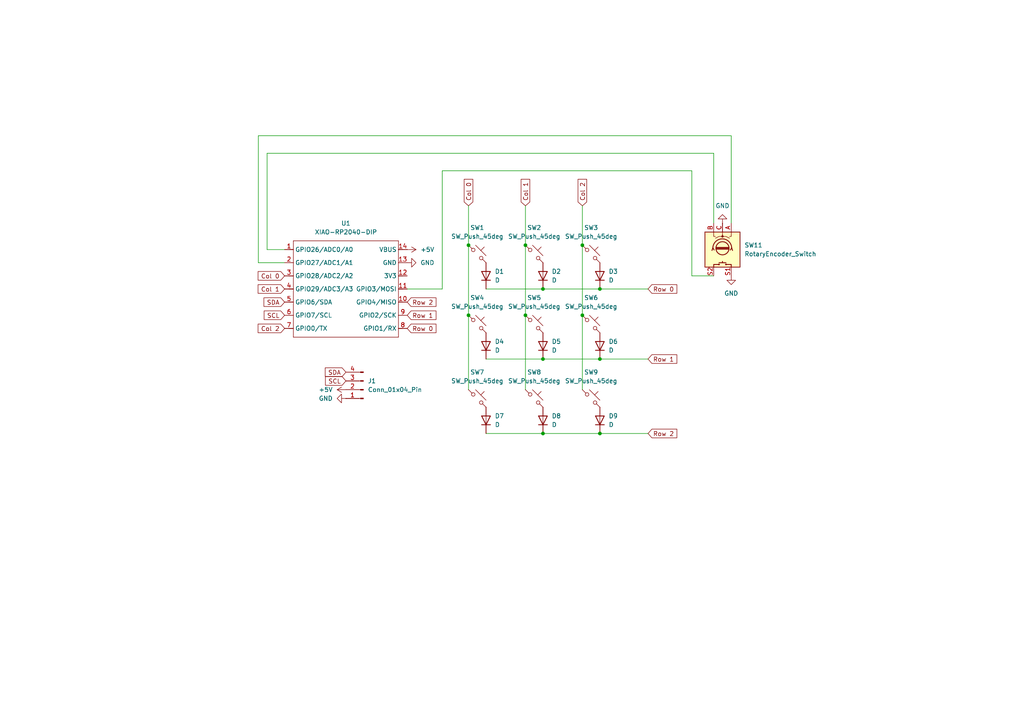
<source format=kicad_sch>
(kicad_sch (version 20231120) (generator "eeschema") (generator_version "8.0")
  (paper "A4")
  (lib_symbols
    (symbol "Connector:Conn_01x04_Pin" (pin_names (offset 1.016) hide)
      (property "Reference" "J" (at 0 5.08 0))
      (property "Value" "Conn_01x04_Pin" (at 0 -7.62 0))
      (symbol "Conn_01x04_Pin_1_1"
        (polyline (pts (xy 1.27 -5.08) (xy 0.8636 -5.08)) (stroke (width 0.1524)))
        (polyline (pts (xy 1.27 -2.54) (xy 0.8636 -2.54)) (stroke (width 0.1524)))
        (polyline (pts (xy 1.27 0) (xy 0.8636 0)) (stroke (width 0.1524)))
        (polyline (pts (xy 1.27 2.54) (xy 0.8636 2.54)) (stroke (width 0.1524)))
        (rectangle (start 0.8636 -4.953) (end 0 -5.207) (stroke (width 0.1524)) (fill (type outline)))
        (rectangle (start 0.8636 -2.413) (end 0 -2.667) (stroke (width 0.1524)) (fill (type outline)))
        (rectangle (start 0.8636 0.127) (end 0 -0.127) (stroke (width 0.1524)) (fill (type outline)))
        (rectangle (start 0.8636 2.667) (end 0 2.413) (stroke (width 0.1524)) (fill (type outline)))
        (pin passive line (at 5.08 2.54 180) (length 3.81) (name "Pin_1") (number "1"))
        (pin passive line (at 5.08 0 180) (length 3.81) (name "Pin_2") (number "2"))
        (pin passive line (at 5.08 -2.54 180) (length 3.81) (name "Pin_3") (number "3"))
        (pin passive line (at 5.08 -5.08 180) (length 3.81) (name "Pin_4") (number "4"))
      )
    )
    (symbol "Device:D" (pin_numbers hide) (pin_names (offset 1.016) hide)
      (property "Reference" "D" (at 0 2.54 0))
      (property "Value" "D" (at 0 -2.54 0))
      (symbol "D_0_1"
        (polyline (pts (xy -1.27 1.27) (xy -1.27 -1.27)) (stroke (width 0.254)))
        (polyline (pts (xy 1.27 0) (xy -1.27 0)))
        (polyline (pts (xy 1.27 1.27) (xy 1.27 -1.27) (xy -1.27 0) (xy 1.27 1.27)) (stroke (width 0.254)))
      )
      (symbol "D_1_1"
        (pin passive line (at -3.81 0 0) (length 2.54) (name "K") (number "1"))
        (pin passive line (at 3.81 0 180) (length 2.54) (name "A") (number "2"))
      )
    )
    (symbol "Device:RotaryEncoder_Switch" (pin_names (offset 0.254) hide)
      (property "Reference" "SW" (at 0 6.604 0))
      (property "Value" "RotaryEncoder_Switch" (at 0 -6.604 0))
      (symbol "RotaryEncoder_Switch_0_1"
        (rectangle (start -5.08 5.08) (end 5.08 -5.08) (stroke (width 0.254)) (fill (type background)))
        (circle (center -3.81 0) (radius 0.254) (fill (type outline)))
        (circle (center -0.381 0) (radius 1.905) (stroke (width 0.254)))
        (arc (start -0.381 2.667) (mid -3.0988 -0.0635) (end -0.381 -2.794) (stroke (width 0.254)))
        (polyline (pts (xy -0.635 -1.778) (xy -0.635 1.778)) (stroke (width 0.254)))
        (polyline (pts (xy -0.381 -1.778) (xy -0.381 1.778)) (stroke (width 0.254)))
        (polyline (pts (xy -0.127 1.778) (xy -0.127 -1.778)) (stroke (width 0.254)))
        (polyline (pts (xy 3.81 0) (xy 3.429 0)) (stroke (width 0.254)))
        (polyline (pts (xy 3.81 1.016) (xy 3.81 -1.016)) (stroke (width 0.254)))
        (polyline (pts (xy -5.08 -2.54) (xy -3.81 -2.54) (xy -3.81 -2.032)))
        (polyline (pts (xy -5.08 2.54) (xy -3.81 2.54) (xy -3.81 2.032)))
        (polyline (pts (xy 0.254 -3.048) (xy -0.508 -2.794) (xy 0.127 -2.413)) (stroke (width 0.254)))
        (polyline (pts (xy 0.254 2.921) (xy -0.508 2.667) (xy 0.127 2.286)) (stroke (width 0.254)))
        (polyline (pts (xy 5.08 -2.54) (xy 4.318 -2.54) (xy 4.318 -1.016)) (stroke (width 0.254)))
        (polyline (pts (xy 5.08 2.54) (xy 4.318 2.54) (xy 4.318 1.016)) (stroke (width 0.254)))
        (polyline (pts (xy -5.08 0) (xy -3.81 0) (xy -3.81 -1.016) (xy -3.302 -2.032)))
        (polyline (pts (xy -4.318 0) (xy -3.81 0) (xy -3.81 1.016) (xy -3.302 2.032)))
        (circle (center 4.318 -1.016) (radius 0.127) (stroke (width 0.254)))
        (circle (center 4.318 1.016) (radius 0.127) (stroke (width 0.254)))
      )
      (symbol "RotaryEncoder_Switch_1_1"
        (pin passive line (at -7.62 2.54 0) (length 2.54) (name "A") (number "A"))
        (pin passive line (at -7.62 -2.54 0) (length 2.54) (name "B") (number "B"))
        (pin passive line (at -7.62 0 0) (length 2.54) (name "C") (number "C"))
        (pin passive line (at 7.62 2.54 180) (length 2.54) (name "S1") (number "S1"))
        (pin passive line (at 7.62 -2.54 180) (length 2.54) (name "S2") (number "S2"))
      )
    )
    (symbol "OPL:XIAO-RP2040-DIP"
      (property "Reference" "U" (at 0 0 0))
      (property "Value" "XIAO-RP2040-DIP" (at 5.334 -1.778 0))
      (symbol "XIAO-RP2040-DIP_1_0"
        (polyline (pts (xy -1.27 -30.48) (xy -1.27 -16.51)) (stroke (width 0.1524)))
        (polyline (pts (xy -1.27 -27.94) (xy -2.54 -27.94)) (stroke (width 0.1524)))
        (polyline (pts (xy -1.27 -24.13) (xy -2.54 -24.13)) (stroke (width 0.1524)))
        (polyline (pts (xy -1.27 -20.32) (xy -2.54 -20.32)) (stroke (width 0.1524)))
        (polyline (pts (xy -1.27 -16.51) (xy -2.54 -16.51)) (stroke (width 0.1524)))
        (polyline (pts (xy -1.27 -16.51) (xy -1.27 -12.7)) (stroke (width 0.1524)))
        (polyline (pts (xy -1.27 -12.7) (xy -2.54 -12.7)) (stroke (width 0.1524)))
        (polyline (pts (xy -1.27 -12.7) (xy -1.27 -8.89)) (stroke (width 0.1524)))
        (polyline (pts (xy -1.27 -8.89) (xy -2.54 -8.89)) (stroke (width 0.1524)))
        (polyline (pts (xy -1.27 -8.89) (xy -1.27 -5.08)) (stroke (width 0.1524)))
        (polyline (pts (xy -1.27 -5.08) (xy -2.54 -5.08)) (stroke (width 0.1524)))
        (polyline (pts (xy -1.27 -5.08) (xy -1.27 -2.54)) (stroke (width 0.1524)))
        (polyline (pts (xy -1.27 -2.54) (xy 29.21 -2.54)) (stroke (width 0.1524)))
        (polyline (pts (xy 29.21 -30.48) (xy -1.27 -30.48)) (stroke (width 0.1524)))
        (polyline (pts (xy 29.21 -12.7) (xy 29.21 -30.48)) (stroke (width 0.1524)))
        (polyline (pts (xy 29.21 -8.89) (xy 29.21 -12.7)) (stroke (width 0.1524)))
        (polyline (pts (xy 29.21 -5.08) (xy 29.21 -8.89)) (stroke (width 0.1524)))
        (polyline (pts (xy 29.21 -2.54) (xy 29.21 -5.08)) (stroke (width 0.1524)))
        (polyline (pts (xy 30.48 -27.94) (xy 29.21 -27.94)) (stroke (width 0.1524)))
        (polyline (pts (xy 30.48 -24.13) (xy 29.21 -24.13)) (stroke (width 0.1524)))
        (polyline (pts (xy 30.48 -20.32) (xy 29.21 -20.32)) (stroke (width 0.1524)))
        (polyline (pts (xy 30.48 -16.51) (xy 29.21 -16.51)) (stroke (width 0.1524)))
        (polyline (pts (xy 30.48 -12.7) (xy 29.21 -12.7)) (stroke (width 0.1524)))
        (polyline (pts (xy 30.48 -8.89) (xy 29.21 -8.89)) (stroke (width 0.1524)))
        (polyline (pts (xy 30.48 -5.08) (xy 29.21 -5.08)) (stroke (width 0.1524)))
        (pin passive line (at -3.81 -5.08 0) (length 2.54) (name "GPIO26/ADC0/A0") (number "1"))
        (pin passive line (at 31.75 -20.32 180) (length 2.54) (name "GPIO4/MISO") (number "10"))
        (pin passive line (at 31.75 -16.51 180) (length 2.54) (name "GPIO3/MOSI") (number "11"))
        (pin passive line (at 31.75 -12.7 180) (length 2.54) (name "3V3") (number "12"))
        (pin passive line (at 31.75 -8.89 180) (length 2.54) (name "GND") (number "13"))
        (pin passive line (at 31.75 -5.08 180) (length 2.54) (name "VBUS") (number "14"))
        (pin passive line (at -3.81 -8.89 0) (length 2.54) (name "GPIO27/ADC1/A1") (number "2"))
        (pin passive line (at -3.81 -12.7 0) (length 2.54) (name "GPIO28/ADC2/A2") (number "3"))
        (pin passive line (at -3.81 -16.51 0) (length 2.54) (name "GPIO29/ADC3/A3") (number "4"))
        (pin passive line (at -3.81 -20.32 0) (length 2.54) (name "GPIO6/SDA") (number "5"))
        (pin passive line (at -3.81 -24.13 0) (length 2.54) (name "GPIO7/SCL") (number "6"))
        (pin passive line (at -3.81 -27.94 0) (length 2.54) (name "GPIO0/TX") (number "7"))
        (pin passive line (at 31.75 -27.94 180) (length 2.54) (name "GPIO1/RX") (number "8"))
        (pin passive line (at 31.75 -24.13 180) (length 2.54) (name "GPIO2/SCK") (number "9"))
      )
    )
    (symbol "Switch:SW_Push_45deg" (pin_numbers hide) (pin_names (offset 1.016) hide)
      (property "Reference" "SW" (at 3.048 1.016 0))
      (property "Value" "SW_Push_45deg" (at 0 -3.81 0))
      (symbol "SW_Push_45deg_0_1"
        (circle (center -1.1684 1.1684) (radius 0.508))
        (polyline (pts (xy -0.508 2.54) (xy 2.54 -0.508)))
        (polyline (pts (xy 1.016 1.016) (xy 2.032 2.032)))
        (polyline (pts (xy -2.54 2.54) (xy -1.524 1.524) (xy -1.524 1.524)))
        (polyline (pts (xy 1.524 -1.524) (xy 2.54 -2.54) (xy 2.54 -2.54) (xy 2.54 -2.54)))
        (circle (center 1.143 -1.1938) (radius 0.508))
        (pin passive line (at -2.54 2.54 0) (length 0) (name "1") (number "1"))
        (pin passive line (at 2.54 -2.54 180) (length 0) (name "2") (number "2"))
      )
    )
    (symbol "power:+5V" (power) (pin_numbers hide) (pin_names (offset 0) hide)
      (property "Value" "+5V" (at 0 3.556 0))
      (symbol "+5V_0_1"
        (polyline (pts (xy -0.762 1.27) (xy 0 2.54)))
        (polyline (pts (xy 0 0) (xy 0 2.54)))
        (polyline (pts (xy 0 2.54) (xy 0.762 1.27)))
      )
      (symbol "+5V_1_1"
        (pin power_in line (at 0 0 90) (length 0) (name "~") (number "1"))
      )
    )
    (symbol "power:GND" (power) (pin_numbers hide) (pin_names (offset 0) hide)
      (property "Value" "GND" (at 0 -3.81 0))
      (symbol "GND_0_1"
        (polyline (pts (xy 0 0) (xy 0 -1.27) (xy 1.27 -1.27) (xy 0 -2.54) (xy -1.27 -1.27) (xy 0 -1.27)))
      )
      (symbol "GND_1_1"
        (pin power_in line (at 0 0 270) (length 0) (name "~") (number "1"))
      )
    )
  )
  (junction (at 135.89 91.44))
  (junction (at 135.89 71.12))
  (junction (at 173.99 104.14))
  (junction (at 152.4 91.44))
  (junction (at 173.99 125.73))
  (junction (at 168.91 91.44))
  (junction (at 168.91 71.12))
  (junction (at 157.48 125.73))
  (junction (at 157.48 104.14))
  (junction (at 152.4 71.12))
  (junction (at 173.99 83.82))
  (junction (at 157.48 83.82))
  (wire (pts (xy 152.4 91.44) (xy 152.4 113.03)))
  (wire (pts (xy 135.89 71.12) (xy 135.89 91.44)))
  (wire (pts (xy 135.89 59.69) (xy 135.89 71.12)))
  (wire (pts (xy 157.48 125.73) (xy 173.99 125.73)))
  (wire (pts (xy 168.91 59.69) (xy 168.91 71.12)))
  (wire (pts (xy 212.09 39.37) (xy 74.93 39.37)))
  (wire (pts (xy 152.4 59.69) (xy 152.4 71.12)))
  (wire (pts (xy 187.96 83.82) (xy 173.99 83.82)))
  (wire (pts (xy 74.93 76.2) (xy 82.55 76.2)))
  (wire (pts (xy 187.96 125.73) (xy 173.99 125.73)))
  (wire (pts (xy 157.48 104.14) (xy 173.99 104.14)))
  (wire (pts (xy 157.48 83.82) (xy 173.99 83.82)))
  (wire (pts (xy 140.97 125.73) (xy 157.48 125.73)))
  (wire (pts (xy 207.01 80.01) (xy 200.66 80.01)))
  (wire (pts (xy 187.96 104.14) (xy 173.99 104.14)))
  (wire (pts (xy 207.01 64.77) (xy 207.01 44.45)))
  (wire (pts (xy 168.91 71.12) (xy 168.91 91.44)))
  (wire (pts (xy 128.27 83.82) (xy 118.11 83.82)))
  (wire (pts (xy 128.27 49.53) (xy 128.27 83.82)))
  (wire (pts (xy 168.91 91.44) (xy 168.91 113.03)))
  (wire (pts (xy 77.47 44.45) (xy 77.47 72.39)))
  (wire (pts (xy 140.97 83.82) (xy 157.48 83.82)))
  (wire (pts (xy 77.47 72.39) (xy 82.55 72.39)))
  (wire (pts (xy 200.66 49.53) (xy 128.27 49.53)))
  (wire (pts (xy 140.97 104.14) (xy 157.48 104.14)))
  (wire (pts (xy 212.09 64.77) (xy 212.09 39.37)))
  (wire (pts (xy 207.01 44.45) (xy 77.47 44.45)))
  (wire (pts (xy 200.66 80.01) (xy 200.66 49.53)))
  (wire (pts (xy 135.89 91.44) (xy 135.89 113.03)))
  (wire (pts (xy 74.93 39.37) (xy 74.93 76.2)))
  (wire (pts (xy 152.4 71.12) (xy 152.4 91.44)))
  (global_label "Row 1" (shape input) (at 187.96 104.14 0) (property "Intersheetrefs" "${INTERSHEET_REFS}" (effects (hide yes))))
  (global_label "Row 0" (shape input) (at 118.11 95.25 0) (property "Intersheetrefs" "${INTERSHEET_REFS}" (effects (hide yes))))
  (global_label "Col 0" (shape input) (at 135.89 59.69 90) (property "Intersheetrefs" "${INTERSHEET_REFS}" (effects (hide yes))))
  (global_label "SDA" (shape input) (at 82.55 87.63 180) (property "Intersheetrefs" "${INTERSHEET_REFS}" (effects (hide yes))))
  (global_label "Row 0" (shape input) (at 187.96 83.82 0) (property "Intersheetrefs" "${INTERSHEET_REFS}" (effects (hide yes))))
  (global_label "Col 2" (shape input) (at 168.91 59.69 90) (property "Intersheetrefs" "${INTERSHEET_REFS}" (effects (hide yes))))
  (global_label "SDA" (shape input) (at 100.33 107.95 180) (property "Intersheetrefs" "${INTERSHEET_REFS}" (effects (hide yes))))
  (global_label "SCL" (shape input) (at 100.33 110.49 180) (property "Intersheetrefs" "${INTERSHEET_REFS}" (effects (hide yes))))
  (global_label "SCL" (shape input) (at 82.55 91.44 180) (property "Intersheetrefs" "${INTERSHEET_REFS}" (effects (hide yes))))
  (global_label "Row 2" (shape input) (at 118.11 87.63 0) (property "Intersheetrefs" "${INTERSHEET_REFS}" (effects (hide yes))))
  (global_label "Col 1" (shape input) (at 82.55 83.82 180) (property "Intersheetrefs" "${INTERSHEET_REFS}" (effects (hide yes))))
  (global_label "Col 1" (shape input) (at 152.4 59.69 90) (property "Intersheetrefs" "${INTERSHEET_REFS}" (effects (hide yes))))
  (global_label "Row 1" (shape input) (at 118.11 91.44 0) (property "Intersheetrefs" "${INTERSHEET_REFS}" (effects (hide yes))))
  (global_label "Col 0" (shape input) (at 82.55 80.01 180) (property "Intersheetrefs" "${INTERSHEET_REFS}" (effects (hide yes))))
  (global_label "Col 2" (shape input) (at 82.55 95.25 180) (property "Intersheetrefs" "${INTERSHEET_REFS}" (effects (hide yes))))
  (global_label "Row 2" (shape input) (at 187.96 125.73 0) (property "Intersheetrefs" "${INTERSHEET_REFS}" (effects (hide yes))))
  (symbol (lib_id "Switch:SW_Push_45deg") (at 154.94 73.66 0) (unit 1)
    (property "Reference" "SW2" (at 154.94 66.04 0))
    (property "Value" "SW_Push_45deg" (at 154.94 68.58 0))
    (property "Footprint" "ScottoKeebs_MX:MX_PCB_1.00u" (effects (hide yes)))
    (property "Description" "Push button switch, normally open, two pins, 45° tilted" (effects (hide yes)))
  )
  (symbol (lib_id "Device:D") (at 173.99 80.01 90) (unit 1)
    (property "Reference" "D3" (at 176.53 78.7399 90) (effects (justify right)))
    (property "Value" "D" (at 176.53 81.2799 90) (effects (justify right)))
    (property "Footprint" "Diode_THT:D_DO-35_SOD27_P7.62mm_Horizontal" (effects (hide yes)))
    (property "Description" "Diode" (effects (hide yes)))
    (property "Sim.Device" "D" (effects (hide yes)))
    (property "Sim.Pins" "1=K 2=A" (effects (hide yes)))
  )
  (symbol (lib_id "power:+5V") (at 100.33 113.03 90) (unit 1)
    (property "Reference" "#PWR01" (effects (hide yes)))
    (property "Value" "+5V" (at 96.52 113.0299 90) (effects (justify left)))
    (property "Description" "Power symbol creates a global label with name \"+5V\"" (effects (hide yes)))
  )
  (symbol (lib_id "Device:D") (at 140.97 80.01 90) (unit 1)
    (property "Reference" "D1" (at 143.51 78.7399 90) (effects (justify right)))
    (property "Value" "D" (at 143.51 81.2799 90) (effects (justify right)))
    (property "Footprint" "Diode_THT:D_DO-35_SOD27_P7.62mm_Horizontal" (effects (hide yes)))
    (property "Description" "Diode" (effects (hide yes)))
    (property "Sim.Device" "D" (effects (hide yes)))
    (property "Sim.Pins" "1=K 2=A" (effects (hide yes)))
  )
  (symbol (lib_id "power:GND") (at 118.11 76.2 90) (unit 1)
    (property "Reference" "#PWR04" (effects (hide yes)))
    (property "Value" "GND" (at 121.92 76.1999 90) (effects (justify right)))
    (property "Description" "Power symbol creates a global label with name \"GND\" , ground" (effects (hide yes)))
  )
  (symbol (lib_id "Switch:SW_Push_45deg") (at 154.94 115.57 0) (unit 1)
    (property "Reference" "SW8" (at 154.94 107.95 0))
    (property "Value" "SW_Push_45deg" (at 154.94 110.49 0))
    (property "Footprint" "ScottoKeebs_MX:MX_PCB_1.00u" (effects (hide yes)))
    (property "Description" "Push button switch, normally open, two pins, 45° tilted" (effects (hide yes)))
  )
  (symbol (lib_id "Device:D") (at 140.97 121.92 90) (unit 1)
    (property "Reference" "D7" (at 143.51 120.6499 90) (effects (justify right)))
    (property "Value" "D" (at 143.51 123.1899 90) (effects (justify right)))
    (property "Footprint" "Diode_THT:D_DO-35_SOD27_P7.62mm_Horizontal" (effects (hide yes)))
    (property "Description" "Diode" (effects (hide yes)))
    (property "Sim.Device" "D" (effects (hide yes)))
    (property "Sim.Pins" "1=K 2=A" (effects (hide yes)))
  )
  (symbol (lib_id "Switch:SW_Push_45deg") (at 171.45 93.98 0) (unit 1)
    (property "Reference" "SW6" (at 171.45 86.36 0))
    (property "Value" "SW_Push_45deg" (at 171.45 88.9 0))
    (property "Footprint" "ScottoKeebs_MX:MX_PCB_1.00u" (effects (hide yes)))
    (property "Description" "Push button switch, normally open, two pins, 45° tilted" (effects (hide yes)))
  )
  (symbol (lib_id "Switch:SW_Push_45deg") (at 138.43 115.57 0) (unit 1)
    (property "Reference" "SW7" (at 138.43 107.95 0))
    (property "Value" "SW_Push_45deg" (at 138.43 110.49 0))
    (property "Footprint" "ScottoKeebs_MX:MX_PCB_1.00u" (effects (hide yes)))
    (property "Description" "Push button switch, normally open, two pins, 45° tilted" (effects (hide yes)))
  )
  (symbol (lib_id "power:GND") (at 212.09 80.01 0) (unit 1)
    (property "Reference" "#PWR06" (effects (hide yes)))
    (property "Value" "GND" (at 212.09 85.09 0))
    (property "Description" "Power symbol creates a global label with name \"GND\" , ground" (effects (hide yes)))
  )
  (symbol (lib_id "Switch:SW_Push_45deg") (at 171.45 115.57 0) (unit 1)
    (property "Reference" "SW9" (at 171.45 107.95 0))
    (property "Value" "SW_Push_45deg" (at 171.45 110.49 0))
    (property "Footprint" "ScottoKeebs_MX:MX_PCB_1.00u" (effects (hide yes)))
    (property "Description" "Push button switch, normally open, two pins, 45° tilted" (effects (hide yes)))
  )
  (symbol (lib_id "Connector:Conn_01x04_Pin") (at 105.41 113.03 180) (unit 1)
    (property "Reference" "J1" (at 106.68 110.4899 0) (effects (justify right)))
    (property "Value" "Conn_01x04_Pin" (at 106.68 113.0299 0) (effects (justify right)))
    (property "Footprint" "ScottoKeebs_Components:OLED_128x64" (effects (hide yes)))
    (property "Description" "Generic connector, single row, 01x04, script generated" (effects (hide yes)))
  )
  (symbol (lib_id "Device:RotaryEncoder_Switch") (at 209.55 72.39 270) (unit 1)
    (property "Reference" "SW11" (at 215.9 71.1199 90) (effects (justify left)))
    (property "Value" "RotaryEncoder_Switch" (at 215.9 73.6599 90) (effects (justify left)))
    (property "Footprint" "Rotary_Encoder:RotaryEncoder_Alps_EC11E-Switch_Vertical_H20mm_MountingHoles" (effects (hide yes)))
    (property "Description" "Rotary encoder, dual channel, incremental quadrate outputs, with switch" (effects (hide yes)))
  )
  (symbol (lib_id "power:+5V") (at 118.11 72.39 270) (unit 1)
    (property "Reference" "#PWR03" (effects (hide yes)))
    (property "Value" "+5V" (at 121.92 72.3899 90) (effects (justify left)))
    (property "Description" "Power symbol creates a global label with name \"+5V\"" (effects (hide yes)))
  )
  (symbol (lib_id "Switch:SW_Push_45deg") (at 138.43 93.98 0) (unit 1)
    (property "Reference" "SW4" (at 138.43 86.36 0))
    (property "Value" "SW_Push_45deg" (at 138.43 88.9 0))
    (property "Footprint" "ScottoKeebs_MX:MX_PCB_1.00u" (effects (hide yes)))
    (property "Description" "Push button switch, normally open, two pins, 45° tilted" (effects (hide yes)))
  )
  (symbol (lib_id "Device:D") (at 173.99 121.92 90) (unit 1)
    (property "Reference" "D9" (at 176.53 120.6499 90) (effects (justify right)))
    (property "Value" "D" (at 176.53 123.1899 90) (effects (justify right)))
    (property "Footprint" "Diode_THT:D_DO-35_SOD27_P7.62mm_Horizontal" (effects (hide yes)))
    (property "Description" "Diode" (effects (hide yes)))
    (property "Sim.Device" "D" (effects (hide yes)))
    (property "Sim.Pins" "1=K 2=A" (effects (hide yes)))
  )
  (symbol (lib_id "Device:D") (at 173.99 100.33 90) (unit 1)
    (property "Reference" "D6" (at 176.53 99.0599 90) (effects (justify right)))
    (property "Value" "D" (at 176.53 101.5999 90) (effects (justify right)))
    (property "Footprint" "Diode_THT:D_DO-35_SOD27_P7.62mm_Horizontal" (effects (hide yes)))
    (property "Description" "Diode" (effects (hide yes)))
    (property "Sim.Device" "D" (effects (hide yes)))
    (property "Sim.Pins" "1=K 2=A" (effects (hide yes)))
  )
  (symbol (lib_id "Device:D") (at 157.48 121.92 90) (unit 1)
    (property "Reference" "D8" (at 160.02 120.6499 90) (effects (justify right)))
    (property "Value" "D" (at 160.02 123.1899 90) (effects (justify right)))
    (property "Footprint" "Diode_THT:D_DO-35_SOD27_P7.62mm_Horizontal" (effects (hide yes)))
    (property "Description" "Diode" (effects (hide yes)))
    (property "Sim.Device" "D" (effects (hide yes)))
    (property "Sim.Pins" "1=K 2=A" (effects (hide yes)))
  )
  (symbol (lib_id "Switch:SW_Push_45deg") (at 138.43 73.66 0) (unit 1)
    (property "Reference" "SW1" (at 138.43 66.04 0))
    (property "Value" "SW_Push_45deg" (at 138.43 68.58 0))
    (property "Footprint" "ScottoKeebs_MX:MX_PCB_1.00u" (effects (hide yes)))
    (property "Description" "Push button switch, normally open, two pins, 45° tilted" (effects (hide yes)))
  )
  (symbol (lib_id "Switch:SW_Push_45deg") (at 154.94 93.98 0) (unit 1)
    (property "Reference" "SW5" (at 154.94 86.36 0))
    (property "Value" "SW_Push_45deg" (at 154.94 88.9 0))
    (property "Footprint" "ScottoKeebs_MX:MX_PCB_1.00u" (effects (hide yes)))
    (property "Description" "Push button switch, normally open, two pins, 45° tilted" (effects (hide yes)))
  )
  (symbol (lib_id "Device:D") (at 157.48 100.33 90) (unit 1)
    (property "Reference" "D5" (at 160.02 99.0599 90) (effects (justify right)))
    (property "Value" "D" (at 160.02 101.5999 90) (effects (justify right)))
    (property "Footprint" "Diode_THT:D_DO-35_SOD27_P7.62mm_Horizontal" (effects (hide yes)))
    (property "Description" "Diode" (effects (hide yes)))
    (property "Sim.Device" "D" (effects (hide yes)))
    (property "Sim.Pins" "1=K 2=A" (effects (hide yes)))
  )
  (symbol (lib_id "Switch:SW_Push_45deg") (at 171.45 73.66 0) (unit 1)
    (property "Reference" "SW3" (at 171.45 66.04 0))
    (property "Value" "SW_Push_45deg" (at 171.45 68.58 0))
    (property "Footprint" "ScottoKeebs_MX:MX_PCB_1.00u" (effects (hide yes)))
    (property "Description" "Push button switch, normally open, two pins, 45° tilted" (effects (hide yes)))
  )
  (symbol (lib_id "Device:D") (at 140.97 100.33 90) (unit 1)
    (property "Reference" "D4" (at 143.51 99.0599 90) (effects (justify right)))
    (property "Value" "D" (at 143.51 101.5999 90) (effects (justify right)))
    (property "Footprint" "Diode_THT:D_DO-35_SOD27_P7.62mm_Horizontal" (effects (hide yes)))
    (property "Description" "Diode" (effects (hide yes)))
    (property "Sim.Device" "D" (effects (hide yes)))
    (property "Sim.Pins" "1=K 2=A" (effects (hide yes)))
  )
  (symbol (lib_id "Device:D") (at 157.48 80.01 90) (unit 1)
    (property "Reference" "D2" (at 160.02 78.7399 90) (effects (justify right)))
    (property "Value" "D" (at 160.02 81.2799 90) (effects (justify right)))
    (property "Footprint" "Diode_THT:D_DO-35_SOD27_P7.62mm_Horizontal" (effects (hide yes)))
    (property "Description" "Diode" (effects (hide yes)))
    (property "Sim.Device" "D" (effects (hide yes)))
    (property "Sim.Pins" "1=K 2=A" (effects (hide yes)))
  )
  (symbol (lib_id "power:GND") (at 100.33 115.57 270) (unit 1)
    (property "Reference" "#PWR02" (effects (hide yes)))
    (property "Value" "GND" (at 96.52 115.5699 90) (effects (justify right)))
    (property "Description" "Power symbol creates a global label with name \"GND\" , ground" (effects (hide yes)))
  )
  (symbol (lib_id "power:GND") (at 209.55 64.77 180) (unit 1)
    (property "Reference" "#PWR05" (effects (hide yes)))
    (property "Value" "GND" (at 209.55 59.69 0))
    (property "Description" "Power symbol creates a global label with name \"GND\" , ground" (effects (hide yes)))
  )
  (symbol (lib_id "OPL:XIAO-RP2040-DIP") (at 86.36 67.31 0) (unit 1)
    (property "Reference" "U1" (at 100.33 64.77 0))
    (property "Value" "XIAO-RP2040-DIP" (at 100.33 67.31 0))
    (property "Footprint" "OPL:XIAO-RP2040-DIP" (effects (hide yes)))
  )
)
</source>
